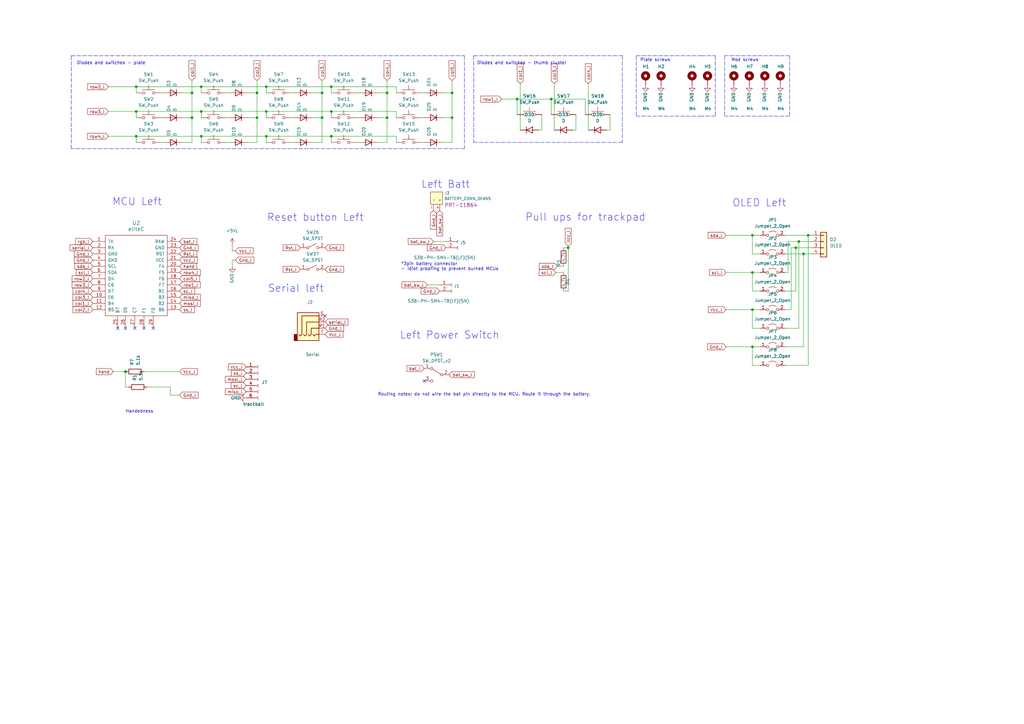
<source format=kicad_sch>
(kicad_sch (version 20211123) (generator eeschema)
  (paper "A3")
  (lib_symbols
    (symbol "Connector:AudioJack4"
      (property "Reference" "J" (at 0 8.89 0))
      (property "Value" "AudioJack4" (at 0 6.35 0))
      (symbol "AudioJack4_0_1"
        (rectangle (start -6.35 -5.08) (end -7.62 -7.62) (stroke (width 0.254)) (fill (type outline)))
        (polyline (pts (xy 0 -5.08) (xy 0.635 -5.715) (xy 1.27 -5.08) (xy 2.54 -5.08)) (stroke (width 0.254)))
        (polyline (pts (xy -5.715 -5.08) (xy -5.08 -5.715) (xy -4.445 -5.08) (xy -4.445 2.54) (xy 2.54 2.54)) (stroke (width 0.254)))
        (polyline (pts (xy -1.905 -5.08) (xy -1.27 -5.715) (xy -0.635 -5.08) (xy -0.635 -2.54) (xy 2.54 -2.54)) (stroke (width 0.254)))
        (polyline (pts (xy 2.54 0) (xy -2.54 0) (xy -2.54 -5.08) (xy -3.175 -5.715) (xy -3.81 -5.08)) (stroke (width 0.254)))
        (rectangle (start 2.54 3.81) (end -6.35 -7.62) (stroke (width 0.254)) (fill (type background)))
      )
      (symbol "AudioJack4_1_1"
        (pin passive line (at 5.08 -2.54 180) (length 2.54) (name "~") (number "R1"))
        (pin passive line (at 5.08 0 180) (length 2.54) (name "~") (number "R2"))
        (pin passive line (at 5.08 2.54 180) (length 2.54) (name "~") (number "S"))
        (pin passive line (at 5.08 -5.08 180) (length 2.54) (name "~") (number "T"))
      )
    )
    (symbol "Connector:Conn_01x02_Female" (pin_names (offset 1.016) hide)
      (property "Reference" "J" (at 0 2.54 0))
      (property "Value" "Conn_01x02_Female" (at 0 -5.08 0))
      (symbol "Conn_01x02_Female_1_1"
        (arc (start 0 -2.032) (mid -0.508 -2.54) (end 0 -3.048) (stroke (width 0.1524)))
        (polyline (pts (xy -1.27 -2.54) (xy -0.508 -2.54)) (stroke (width 0.1524)))
        (polyline (pts (xy -1.27 0) (xy -0.508 0)) (stroke (width 0.1524)))
        (arc (start 0 0.508) (mid -0.508 0) (end 0 -0.508) (stroke (width 0.1524)))
        (pin passive line (at -5.08 0 0) (length 3.81) (name "Pin_1") (number "1"))
        (pin passive line (at -5.08 -2.54 0) (length 3.81) (name "Pin_2") (number "2"))
      )
    )
    (symbol "Connector:Conn_01x06_Female" (pin_names (offset 1.016) hide)
      (property "Reference" "J" (at 0 7.62 0))
      (property "Value" "Conn_01x06_Female" (at 0 -10.16 0))
      (symbol "Conn_01x06_Female_1_1"
        (arc (start 0 -7.112) (mid -0.508 -7.62) (end 0 -8.128) (stroke (width 0.1524)))
        (arc (start 0 -4.572) (mid -0.508 -5.08) (end 0 -5.588) (stroke (width 0.1524)))
        (arc (start 0 -2.032) (mid -0.508 -2.54) (end 0 -3.048) (stroke (width 0.1524)))
        (polyline (pts (xy -1.27 -7.62) (xy -0.508 -7.62)) (stroke (width 0.1524)))
        (polyline (pts (xy -1.27 -5.08) (xy -0.508 -5.08)) (stroke (width 0.1524)))
        (polyline (pts (xy -1.27 -2.54) (xy -0.508 -2.54)) (stroke (width 0.1524)))
        (polyline (pts (xy -1.27 0) (xy -0.508 0)) (stroke (width 0.1524)))
        (polyline (pts (xy -1.27 2.54) (xy -0.508 2.54)) (stroke (width 0.1524)))
        (polyline (pts (xy -1.27 5.08) (xy -0.508 5.08)) (stroke (width 0.1524)))
        (arc (start 0 0.508) (mid -0.508 0) (end 0 -0.508) (stroke (width 0.1524)))
        (arc (start 0 3.048) (mid -0.508 2.54) (end 0 2.032) (stroke (width 0.1524)))
        (arc (start 0 5.588) (mid -0.508 5.08) (end 0 4.572) (stroke (width 0.1524)))
        (pin passive line (at -5.08 5.08 0) (length 3.81) (name "Pin_1") (number "1"))
        (pin passive line (at -5.08 2.54 0) (length 3.81) (name "Pin_2") (number "2"))
        (pin passive line (at -5.08 0 0) (length 3.81) (name "Pin_3") (number "3"))
        (pin passive line (at -5.08 -2.54 0) (length 3.81) (name "Pin_4") (number "4"))
        (pin passive line (at -5.08 -5.08 0) (length 3.81) (name "Pin_5") (number "5"))
        (pin passive line (at -5.08 -7.62 0) (length 3.81) (name "Pin_6") (number "6"))
      )
    )
    (symbol "Connector_Generic:Conn_01x04" (pin_names (offset 1.016) hide)
      (property "Reference" "J" (at 0 5.08 0))
      (property "Value" "Conn_01x04" (at 0 -7.62 0))
      (symbol "Conn_01x04_1_1"
        (rectangle (start -1.27 -4.953) (end 0 -5.207) (stroke (width 0.1524)))
        (rectangle (start -1.27 -2.413) (end 0 -2.667) (stroke (width 0.1524)))
        (rectangle (start -1.27 0.127) (end 0 -0.127) (stroke (width 0.1524)))
        (rectangle (start -1.27 2.667) (end 0 2.413) (stroke (width 0.1524)))
        (rectangle (start -1.27 3.81) (end 1.27 -6.35) (stroke (width 0.254)) (fill (type background)))
        (pin passive line (at -5.08 2.54 0) (length 3.81) (name "Pin_1") (number "1"))
        (pin passive line (at -5.08 0 0) (length 3.81) (name "Pin_2") (number "2"))
        (pin passive line (at -5.08 -2.54 0) (length 3.81) (name "Pin_3") (number "3"))
        (pin passive line (at -5.08 -5.08 0) (length 3.81) (name "Pin_4") (number "4"))
      )
    )
    (symbol "Device:D" (pin_numbers hide) (pin_names (offset 1.016) hide)
      (property "Reference" "D" (at 0 2.54 0))
      (property "Value" "D" (at 0 -2.54 0))
      (symbol "D_0_1"
        (polyline (pts (xy -1.27 1.27) (xy -1.27 -1.27)) (stroke (width 0.254)))
        (polyline (pts (xy 1.27 0) (xy -1.27 0)))
        (polyline (pts (xy 1.27 1.27) (xy 1.27 -1.27) (xy -1.27 0) (xy 1.27 1.27)) (stroke (width 0.254)))
      )
      (symbol "D_1_1"
        (pin passive line (at -3.81 0 0) (length 2.54) (name "K") (number "1"))
        (pin passive line (at 3.81 0 180) (length 2.54) (name "A") (number "2"))
      )
    )
    (symbol "Device:R" (pin_numbers hide) (pin_names (offset 0))
      (property "Reference" "R" (at 2.032 0 90))
      (property "Value" "R" (at 0 0 90))
      (symbol "R_0_1"
        (rectangle (start -1.016 -2.54) (end 1.016 2.54) (stroke (width 0.254)))
      )
      (symbol "R_1_1"
        (pin passive line (at 0 3.81 270) (length 1.27) (name "~") (number "1"))
        (pin passive line (at 0 -3.81 90) (length 1.27) (name "~") (number "2"))
      )
    )
    (symbol "Jumper:Jumper_2_Open" (pin_names (offset 0) hide)
      (property "Reference" "JP" (at 0 2.794 0))
      (property "Value" "Jumper_2_Open" (at 0 -2.286 0))
      (symbol "Jumper_2_Open_0_0"
        (circle (center -2.032 0) (radius 0.508))
        (circle (center 2.032 0) (radius 0.508))
      )
      (symbol "Jumper_2_Open_0_1"
        (arc (start 1.524 1.27) (mid 0 1.778) (end -1.524 1.27))
      )
      (symbol "Jumper_2_Open_1_1"
        (pin passive line (at -5.08 0 0) (length 2.54) (name "A") (number "1"))
        (pin passive line (at 5.08 0 180) (length 2.54) (name "B") (number "2"))
      )
    )
    (symbol "Mechanical:MountingHole_Pad" (pin_numbers hide) (pin_names (offset 1.016) hide)
      (property "Reference" "H" (at 0 6.35 0))
      (property "Value" "MountingHole_Pad" (at 0 4.445 0))
      (symbol "MountingHole_Pad_0_1"
        (circle (center 0 1.27) (radius 1.27) (stroke (width 1.27)))
      )
      (symbol "MountingHole_Pad_1_1"
        (pin input line (at 0 -2.54 90) (length 2.54) (name "1") (number "1"))
      )
    )
    (symbol "SparkFun-Connectors:BATTERY_CONN_DEANS" (pin_names (offset 1.016))
      (property "Reference" "J" (at -5.08 5.08 0))
      (property "Value" "BATTERY_CONN_DEANS" (at -5.08 -3.81 0))
      (property "Field4" "PRT-11864" (at 0 8.89 0))
      (symbol "BATTERY_CONN_DEANS_0_1"
        (rectangle (start 0 3.81) (end -5.08 -1.27) (fill (type background)))
      )
      (symbol "BATTERY_CONN_DEANS_1_1"
        (pin passive line (at 2.54 2.54 180) (length 2.54) (name "+") (number "+"))
        (pin passive line (at 2.54 0 180) (length 2.54) (name "-") (number "-"))
      )
    )
    (symbol "Switch:SW_Push" (pin_numbers hide) (pin_names hide)
      (property "Reference" "SW" (at 1.27 2.54 0))
      (property "Value" "SW_Push" (at 0 -1.524 0))
      (symbol "SW_Push_0_1"
        (circle (center -2.032 0) (radius 0.508))
        (polyline (pts (xy 0 1.27) (xy 0 3.048)))
        (polyline (pts (xy 2.54 1.27) (xy -2.54 1.27)))
        (circle (center 2.032 0) (radius 0.508))
        (pin passive line (at -5.08 0 0) (length 2.54) (name "1") (number "1"))
        (pin passive line (at 5.08 0 180) (length 2.54) (name "2") (number "2"))
      )
    )
    (symbol "Switch:SW_SPST" (pin_names (offset 0) hide)
      (property "Reference" "SW" (at 0 3.175 0))
      (property "Value" "SW_SPST" (at 0 -2.54 0))
      (symbol "SW_SPST_0_0"
        (circle (center -2.032 0) (radius 0.508))
        (polyline (pts (xy -1.524 0.254) (xy 1.524 1.778)))
        (circle (center 2.032 0) (radius 0.508))
      )
      (symbol "SW_SPST_1_1"
        (pin passive line (at -5.08 0 0) (length 2.54) (name "A") (number "1"))
        (pin passive line (at 5.08 0 180) (length 2.54) (name "B") (number "2"))
      )
    )
    (symbol "elite-C:eliteC" (pin_names (offset 1.016))
      (property "Reference" "U" (at 0 24.13 0))
      (property "Value" "eliteC" (at 0 -13.97 0))
      (symbol "eliteC_0_1"
        (rectangle (start -12.7 21.59) (end 12.7 -11.43))
      )
      (symbol "eliteC_1_1"
        (pin bidirectional line (at -17.78 19.05 0) (length 5.08) (name "TX") (number "1"))
        (pin bidirectional line (at -17.78 -3.81 0) (length 5.08) (name "E6") (number "10"))
        (pin bidirectional line (at -17.78 -6.35 0) (length 5.08) (name "B4") (number "11"))
        (pin bidirectional line (at -17.78 -8.89 0) (length 5.08) (name "B5") (number "12"))
        (pin bidirectional line (at 17.78 -8.89 180) (length 5.08) (name "B6") (number "13"))
        (pin bidirectional line (at 17.78 -6.35 180) (length 5.08) (name "B2") (number "14"))
        (pin bidirectional line (at 17.78 -3.81 180) (length 5.08) (name "B3") (number "15"))
        (pin bidirectional line (at 17.78 -1.27 180) (length 5.08) (name "B1") (number "16"))
        (pin bidirectional line (at 17.78 1.27 180) (length 5.08) (name "F7") (number "17"))
        (pin bidirectional line (at 17.78 3.81 180) (length 5.08) (name "F6") (number "18"))
        (pin bidirectional line (at 17.78 6.35 180) (length 5.08) (name "F5") (number "19"))
        (pin bidirectional line (at -17.78 16.51 0) (length 5.08) (name "RX") (number "2"))
        (pin bidirectional line (at 17.78 8.89 180) (length 5.08) (name "F4") (number "20"))
        (pin power_in line (at 17.78 11.43 180) (length 5.08) (name "VCC") (number "21"))
        (pin input line (at 17.78 13.97 180) (length 5.08) (name "RST") (number "22"))
        (pin power_in line (at 17.78 16.51 180) (length 5.08) (name "GND") (number "23"))
        (pin power_out line (at 17.78 19.05 180) (length 5.08) (name "RAW") (number "24"))
        (pin bidirectional line (at -7.62 -16.51 90) (length 5.08) (name "B7") (number "25"))
        (pin bidirectional line (at -4.445 -16.51 90) (length 5.08) (name "D5") (number "26"))
        (pin bidirectional line (at -0.635 -16.51 90) (length 5.08) (name "C7") (number "27"))
        (pin bidirectional line (at 3.175 -16.51 90) (length 5.08) (name "F1") (number "28"))
        (pin bidirectional line (at 6.985 -16.51 90) (length 5.08) (name "F0") (number "29"))
        (pin power_in line (at -17.78 13.97 0) (length 5.08) (name "GND") (number "3"))
        (pin power_in line (at -17.78 11.43 0) (length 5.08) (name "GND") (number "4"))
        (pin bidirectional line (at -17.78 8.89 0) (length 5.08) (name "SCL") (number "5"))
        (pin bidirectional line (at -17.78 6.35 0) (length 5.08) (name "SDA") (number "6"))
        (pin bidirectional line (at -17.78 3.81 0) (length 5.08) (name "D4") (number "7"))
        (pin bidirectional line (at -17.78 1.27 0) (length 5.08) (name "C6") (number "8"))
        (pin bidirectional line (at -17.78 -1.27 0) (length 5.08) (name "D7") (number "9"))
      )
    )
    (symbol "jiran-ble:SW_DPDT" (pin_names hide)
      (property "Reference" "SW" (at 0 7.62 0))
      (property "Value" "SW_DPDT" (at 0 5.715 0))
      (symbol "SW_DPDT_0_0"
        (circle (center -3.302 0) (radius 0.508))
        (circle (center 0.762 -2.54) (radius 0.508))
      )
      (symbol "SW_DPDT_0_1"
        (polyline (pts (xy -2.794 0.254) (xy 0.381 2.286)))
        (circle (center 0.762 2.54) (radius 0.508))
      )
      (symbol "SW_DPDT_1_1"
        (pin passive line (at 3.81 2.54 180) (length 2.54) (name "A") (number "1"))
        (pin passive line (at -6.35 0 0) (length 2.54) (name "B") (number "2"))
        (pin passive line (at 3.81 -2.54 180) (length 2.54) (name "C") (number "3"))
      )
    )
    (symbol "power:+5VL" (power) (pin_names (offset 0))
      (property "Value" "+5VL" (at 0 3.556 0))
      (symbol "+5VL_0_1"
        (polyline (pts (xy -0.762 1.27) (xy 0 2.54)))
        (polyline (pts (xy 0 0) (xy 0 2.54)))
        (polyline (pts (xy 0 2.54) (xy 0.762 1.27)))
      )
      (symbol "+5VL_1_1"
        (pin power_in line (at 0 0 90) (length 0) hide (name "+5VL") (number "1"))
      )
    )
    (symbol "power:GND" (power) (pin_names (offset 0))
      (property "Value" "GND" (at 0 -3.81 0))
      (symbol "GND_0_1"
        (polyline (pts (xy 0 0) (xy 0 -1.27) (xy 1.27 -1.27) (xy 0 -2.54) (xy -1.27 -1.27) (xy 0 -1.27)))
      )
      (symbol "GND_1_1"
        (pin power_in line (at 0 0 270) (length 0) hide (name "GND") (number "1"))
      )
    )
  )
  (junction (at 308.61 127))
  (junction (at 109.22 45.72))
  (junction (at 212.09 40.64))
  (junction (at 82.55 55.88))
  (junction (at 308.61 111.76))
  (junction (at 55.88 55.88))
  (junction (at 327.66 99.06))
  (junction (at 105.41 38.1))
  (junction (at 109.22 35.56))
  (junction (at 233.045 101.6))
  (junction (at 185.42 38.1))
  (junction (at 135.89 55.88))
  (junction (at 331.47 96.52))
  (junction (at 82.55 35.56))
  (junction (at 329.565 104.14))
  (junction (at 132.08 38.1))
  (junction (at 158.75 38.1))
  (junction (at 132.08 48.26))
  (junction (at 135.89 45.72))
  (junction (at 185.42 48.26))
  (junction (at 82.55 45.72))
  (junction (at 51.562 152.4))
  (junction (at 109.22 55.88))
  (junction (at 226.06 40.64))
  (junction (at 308.61 142.24))
  (junction (at 135.89 35.56))
  (junction (at 78.74 38.1))
  (junction (at 105.41 48.26))
  (junction (at 326.39 101.6))
  (junction (at 55.88 35.56))
  (junction (at 158.75 48.26))
  (junction (at 308.61 96.52))
  (junction (at 55.88 45.72))
  (junction (at 78.74 48.26))
  (junction (at 51.435 152.4))
  (no_connect (at 173.99 156.21))
  (no_connect (at 133.35 129.54))
  (no_connect (at 48.26 134.62))
  (no_connect (at 55.245 134.62))
  (no_connect (at 59.055 134.62))
  (no_connect (at 51.435 134.62))
  (no_connect (at 62.865 134.62))
  (wire (pts (xy 146.05 38.1) (xy 147.32 38.1)))
  (wire (pts (xy 185.42 48.26) (xy 185.42 58.42)))
  (wire (pts (xy 327.66 99.06) (xy 332.74 99.06)))
  (wire (pts (xy 181.61 48.26) (xy 185.42 48.26)))
  (wire (pts (xy 109.22 58.42) (xy 109.22 55.88)))
  (wire (pts (xy 135.89 45.72) (xy 162.56 45.72)))
  (wire (pts (xy 55.88 35.56) (xy 82.55 35.56)))
  (wire (pts (xy 227.33 34.29) (xy 227.33 53.34)))
  (wire (pts (xy 308.61 142.24) (xy 308.61 149.86)))
  (wire (pts (xy 55.88 58.42) (xy 55.88 55.88)))
  (wire (pts (xy 82.55 45.72) (xy 109.22 45.72)))
  (wire (pts (xy 213.36 34.29) (xy 213.36 53.34)))
  (polyline (pts (xy 323.85 22.86) (xy 323.85 47.625)))
  (wire (pts (xy 109.22 55.88) (xy 135.89 55.88)))
  (wire (pts (xy 158.75 38.1) (xy 158.75 48.26)))
  (wire (pts (xy 308.61 134.62) (xy 308.61 127)))
  (wire (pts (xy 297.815 142.24) (xy 308.61 142.24)))
  (wire (pts (xy 92.71 58.42) (xy 93.98 58.42)))
  (wire (pts (xy 82.55 38.1) (xy 82.55 35.56)))
  (wire (pts (xy 226.06 40.64) (xy 226.06 46.99)))
  (polyline (pts (xy 260.985 22.86) (xy 287.655 22.86)))
  (wire (pts (xy 324.485 101.6) (xy 326.39 101.6)))
  (wire (pts (xy 109.22 38.1) (xy 109.22 35.56)))
  (wire (pts (xy 323.215 99.06) (xy 327.66 99.06)))
  (wire (pts (xy 308.61 111.76) (xy 311.785 111.76)))
  (polyline (pts (xy 297.18 22.86) (xy 323.85 22.86)))
  (wire (pts (xy 128.27 48.26) (xy 132.08 48.26)))
  (wire (pts (xy 135.89 58.42) (xy 135.89 55.88)))
  (polyline (pts (xy 287.655 47.625) (xy 260.985 47.625)))
  (wire (pts (xy 66.04 38.1) (xy 67.31 38.1)))
  (wire (pts (xy 311.785 134.62) (xy 308.61 134.62)))
  (polyline (pts (xy 260.985 22.86) (xy 260.985 47.625)))
  (wire (pts (xy 55.88 38.1) (xy 55.88 35.56)))
  (wire (pts (xy 105.41 38.1) (xy 105.41 48.26)))
  (wire (pts (xy 59.182 152.4) (xy 73.66 152.4)))
  (wire (pts (xy 105.41 33.02) (xy 105.41 38.1)))
  (wire (pts (xy 181.61 58.42) (xy 185.42 58.42)))
  (wire (pts (xy 46.482 152.4) (xy 51.435 152.4)))
  (wire (pts (xy 321.945 96.52) (xy 331.47 96.52)))
  (wire (pts (xy 162.56 48.26) (xy 162.56 45.72)))
  (wire (pts (xy 154.94 48.26) (xy 158.75 48.26)))
  (wire (pts (xy 78.74 48.26) (xy 78.74 58.42)))
  (wire (pts (xy 326.39 119.38) (xy 326.39 101.6)))
  (wire (pts (xy 105.41 48.26) (xy 105.41 58.42)))
  (wire (pts (xy 82.55 58.42) (xy 82.55 55.88)))
  (wire (pts (xy 240.03 40.64) (xy 240.03 46.99)))
  (wire (pts (xy 82.55 35.56) (xy 109.22 35.56)))
  (wire (pts (xy 297.815 111.76) (xy 308.61 111.76)))
  (wire (pts (xy 228.6 109.22) (xy 231.14 109.22)))
  (wire (pts (xy 51.435 152.4) (xy 51.435 158.75)))
  (wire (pts (xy 321.945 134.62) (xy 327.66 134.62)))
  (wire (pts (xy 326.39 101.6) (xy 332.74 101.6)))
  (wire (pts (xy 185.42 38.1) (xy 185.42 48.26)))
  (wire (pts (xy 162.56 58.42) (xy 162.56 55.88)))
  (wire (pts (xy 60.325 158.75) (xy 69.85 158.75)))
  (wire (pts (xy 321.945 119.38) (xy 326.39 119.38)))
  (wire (pts (xy 51.435 152.4) (xy 51.562 152.4)))
  (wire (pts (xy 128.27 58.42) (xy 132.08 58.42)))
  (wire (pts (xy 128.27 38.1) (xy 132.08 38.1)))
  (wire (pts (xy 66.04 58.42) (xy 67.31 58.42)))
  (wire (pts (xy 132.08 38.1) (xy 132.08 48.26)))
  (wire (pts (xy 95.25 106.68) (xy 96.52 106.68)))
  (wire (pts (xy 82.55 55.88) (xy 109.22 55.88)))
  (wire (pts (xy 308.61 96.52) (xy 311.785 96.52)))
  (wire (pts (xy 231.14 101.6) (xy 233.045 101.6)))
  (polyline (pts (xy 297.18 22.86) (xy 297.18 47.625)))
  (wire (pts (xy 78.74 33.02) (xy 78.74 38.1)))
  (wire (pts (xy 95.25 102.87) (xy 96.52 102.87)))
  (polyline (pts (xy 190.5 22.86) (xy 190.5 60.96)))
  (wire (pts (xy 321.945 104.14) (xy 329.565 104.14)))
  (wire (pts (xy 172.72 48.26) (xy 173.99 48.26)))
  (wire (pts (xy 212.09 40.64) (xy 226.06 40.64)))
  (wire (pts (xy 162.56 38.1) (xy 162.56 35.56)))
  (polyline (pts (xy 255.27 22.86) (xy 255.27 58.42)))
  (wire (pts (xy 74.93 58.42) (xy 78.74 58.42)))
  (wire (pts (xy 331.47 149.86) (xy 331.47 96.52)))
  (wire (pts (xy 323.215 111.76) (xy 323.215 99.06)))
  (wire (pts (xy 308.61 142.24) (xy 311.785 142.24)))
  (wire (pts (xy 327.66 134.62) (xy 327.66 99.06)))
  (wire (pts (xy 55.88 48.26) (xy 55.88 45.72)))
  (wire (pts (xy 69.85 158.75) (xy 69.85 162.052)))
  (wire (pts (xy 135.89 38.1) (xy 135.89 35.56)))
  (wire (pts (xy 311.785 104.14) (xy 308.61 104.14)))
  (wire (pts (xy 78.74 38.1) (xy 78.74 48.26)))
  (wire (pts (xy 321.945 111.76) (xy 323.215 111.76)))
  (wire (pts (xy 92.71 48.26) (xy 93.98 48.26)))
  (wire (pts (xy 66.04 48.26) (xy 67.31 48.26)))
  (wire (pts (xy 55.88 55.88) (xy 82.55 55.88)))
  (wire (pts (xy 109.22 35.56) (xy 135.89 35.56)))
  (wire (pts (xy 181.61 38.1) (xy 185.42 38.1)))
  (polyline (pts (xy 190.5 60.96) (xy 29.21 60.96)))
  (wire (pts (xy 241.3 34.29) (xy 241.3 53.34)))
  (wire (pts (xy 109.22 48.26) (xy 109.22 45.72)))
  (wire (pts (xy 205.74 40.64) (xy 212.09 40.64)))
  (wire (pts (xy 119.38 58.42) (xy 120.65 58.42)))
  (wire (pts (xy 324.485 127) (xy 324.485 101.6)))
  (polyline (pts (xy 29.21 22.86) (xy 190.5 22.86)))
  (wire (pts (xy 236.22 53.34) (xy 234.95 53.34)))
  (polyline (pts (xy 255.27 58.42) (xy 194.31 58.42)))
  (wire (pts (xy 321.945 127) (xy 324.485 127)))
  (wire (pts (xy 297.815 96.52) (xy 308.61 96.52)))
  (wire (pts (xy 101.6 58.42) (xy 105.41 58.42)))
  (wire (pts (xy 146.05 58.42) (xy 147.32 58.42)))
  (wire (pts (xy 95.25 100.33) (xy 95.25 102.87)))
  (wire (pts (xy 226.06 40.64) (xy 240.03 40.64)))
  (wire (pts (xy 119.38 38.1) (xy 120.65 38.1)))
  (wire (pts (xy 172.72 58.42) (xy 173.99 58.42)))
  (polyline (pts (xy 29.21 22.86) (xy 29.21 60.96)))
  (wire (pts (xy 109.22 45.72) (xy 135.89 45.72)))
  (wire (pts (xy 297.815 127) (xy 308.61 127)))
  (wire (pts (xy 119.38 48.26) (xy 120.65 48.26)))
  (wire (pts (xy 231.14 119.38) (xy 233.045 119.38)))
  (wire (pts (xy 135.89 48.26) (xy 135.89 45.72)))
  (wire (pts (xy 212.09 40.64) (xy 212.09 46.99)))
  (wire (pts (xy 227.965 111.76) (xy 231.14 111.76)))
  (wire (pts (xy 329.565 142.24) (xy 329.565 104.14)))
  (wire (pts (xy 44.45 45.72) (xy 55.88 45.72)))
  (wire (pts (xy 132.08 48.26) (xy 132.08 58.42)))
  (wire (pts (xy 308.61 149.86) (xy 311.785 149.86)))
  (wire (pts (xy 175.26 116.84) (xy 180.34 116.84)))
  (wire (pts (xy 74.93 48.26) (xy 78.74 48.26)))
  (wire (pts (xy 222.25 53.34) (xy 220.98 53.34)))
  (wire (pts (xy 135.89 55.88) (xy 162.56 55.88)))
  (polyline (pts (xy 194.31 22.86) (xy 255.27 22.86)))
  (wire (pts (xy 185.42 33.02) (xy 185.42 38.1)))
  (wire (pts (xy 146.05 48.26) (xy 147.32 48.26)))
  (wire (pts (xy 82.55 48.26) (xy 82.55 45.72)))
  (wire (pts (xy 233.045 101.6) (xy 233.045 119.38)))
  (wire (pts (xy 329.565 104.14) (xy 332.74 104.14)))
  (wire (pts (xy 69.85 162.052) (xy 73.66 162.052)))
  (wire (pts (xy 55.88 45.72) (xy 82.55 45.72)))
  (wire (pts (xy 331.47 96.52) (xy 332.74 96.52)))
  (polyline (pts (xy 293.37 47.625) (xy 287.655 47.625)))
  (polyline (pts (xy 323.85 47.625) (xy 297.18 47.625)))
  (wire (pts (xy 250.19 53.34) (xy 248.92 53.34)))
  (wire (pts (xy 135.89 35.56) (xy 162.56 35.56)))
  (wire (pts (xy 154.94 38.1) (xy 158.75 38.1)))
  (wire (pts (xy 308.61 104.14) (xy 308.61 96.52)))
  (wire (pts (xy 233.045 100.965) (xy 233.045 101.6)))
  (wire (pts (xy 101.6 48.26) (xy 105.41 48.26)))
  (wire (pts (xy 236.22 46.99) (xy 236.22 53.34)))
  (wire (pts (xy 74.93 38.1) (xy 78.74 38.1)))
  (wire (pts (xy 222.25 46.99) (xy 222.25 53.34)))
  (wire (pts (xy 132.08 33.02) (xy 132.08 38.1)))
  (wire (pts (xy 158.75 33.02) (xy 158.75 38.1)))
  (wire (pts (xy 101.6 38.1) (xy 105.41 38.1)))
  (wire (pts (xy 44.45 35.56) (xy 55.88 35.56)))
  (wire (pts (xy 250.19 46.99) (xy 250.19 53.34)))
  (wire (pts (xy 321.945 149.86) (xy 331.47 149.86)))
  (wire (pts (xy 92.71 38.1) (xy 93.98 38.1)))
  (wire (pts (xy 154.94 58.42) (xy 158.75 58.42)))
  (wire (pts (xy 308.61 127) (xy 311.785 127)))
  (polyline (pts (xy 287.655 22.86) (xy 293.37 22.86)))
  (wire (pts (xy 52.705 158.75) (xy 51.435 158.75)))
  (wire (pts (xy 44.45 55.88) (xy 55.88 55.88)))
  (wire (pts (xy 172.72 38.1) (xy 173.99 38.1)))
  (polyline (pts (xy 293.37 22.86) (xy 293.37 47.625)))
  (wire (pts (xy 95.25 109.22) (xy 95.25 106.68)))
  (polyline (pts (xy 194.31 22.86) (xy 194.31 58.42)))
  (wire (pts (xy 321.945 142.24) (xy 329.565 142.24)))
  (wire (pts (xy 177.8 99.06) (xy 182.88 99.06)))
  (wire (pts (xy 311.785 119.38) (xy 308.61 119.38)))
  (wire (pts (xy 158.75 48.26) (xy 158.75 58.42)))
  (wire (pts (xy 308.61 119.38) (xy 308.61 111.76)))
  (text "MCU Left" (at 45.974 84.582 0) (effects (font (size 3 3)) (justify left bottom)))
  (text "Left Batt" (at 172.72 77.47 0) (effects (font (size 3 3)) (justify left bottom)))
  (text "Handedness" (at 51.435 169.545 0) (effects (font (size 1.27 1.27)) (justify left bottom)))
  (text "Plate screws" (at 274.955 25.4 180) (effects (font (size 1.27 1.27)) (justify right bottom)))
  (text "Routing notes: do not wire the bat pin directly to the MCU. Route it through the battery." (at 154.94 162.56 0) (effects (font (size 1.27 1.27)) (justify left bottom)))
  (text "Serial left" (at 109.855 120.142 0) (effects (font (size 3 3)) (justify left bottom)))
  (text "Diodes and switches - plate" (at 59.69 26.67 180) (effects (font (size 1.27 1.27)) (justify right bottom)))
  (text "Reset button Left" (at 109.474 91.059 0) (effects (font (size 3 3)) (justify left bottom)))
  (text "Pull ups for trackpad" (at 215.392 90.932 0) (effects (font (size 3 3)) (justify left bottom)))
  (text "Mod screws" (at 311.15 25.4 180) (effects (font (size 1.27 1.27)) (justify right bottom)))
  (text "Left Power Switch" (at 163.957 139.319 0) (effects (font (size 3 3)) (justify left bottom)))
  (text "OLED Left" (at 300.355 85.09 0) (effects (font (size 3 3)) (justify left bottom)))
  (text "Diodes and switches - thumb cluster" (at 232.41 26.67 180) (effects (font (size 1.27 1.27)) (justify right bottom)))
  (text "*3pin battery connector\n- idiot proofing to prevent burned MCUs" (at 164.465 111.125 0) (effects (font (size 1.27 1.27)) (justify left bottom)))
  (global_label "serial_l" (shape input) (at 38.1 101.6 180) (property "Intersheet References" "${INTERSHEET_REFS}" (effects hide)))
  (global_label "Gnd_l" (shape input) (at 182.88 101.6 180) (property "Intersheet References" "${INTERSHEET_REFS}" (effects hide)))
  (global_label "row1_l" (shape input) (at 73.66 116.84 0) (property "Intersheet References" "${INTERSHEET_REFS}" (effects hide)))
  (global_label "rgb_l" (shape input) (at 38.1 99.06 180) (property "Intersheet References" "${INTERSHEET_REFS}" (effects hide)))
  (global_label "Gnd_l" (shape input) (at 133.35 101.6 0) (property "Intersheet References" "${INTERSHEET_REFS}" (effects hide)))
  (global_label "col1_l" (shape input) (at 213.36 34.29 90) (property "Intersheet References" "${INTERSHEET_REFS}" (effects hide)))
  (global_label "Vcc_l" (shape input) (at 96.52 102.87 0) (property "Intersheet References" "${INTERSHEET_REFS}" (effects hide)))
  (global_label "col4_l" (shape input) (at 38.1 119.38 180) (property "Intersheet References" "${INTERSHEET_REFS}" (effects hide)))
  (global_label "miso_l" (shape input) (at 100.965 160.655 180) (property "Intersheet References" "${INTERSHEET_REFS}" (effects hide)))
  (global_label "col3_l" (shape input) (at 227.33 34.29 90) (property "Intersheet References" "${INTERSHEET_REFS}" (effects hide)))
  (global_label "Rst_l" (shape input) (at 73.66 104.14 0) (property "Intersheet References" "${INTERSHEET_REFS}" (effects hide)))
  (global_label "Gnd_l" (shape input) (at 133.35 110.49 0) (property "Intersheet References" "${INTERSHEET_REFS}" (effects hide)))
  (global_label "mosi_l" (shape input) (at 100.965 155.575 180) (property "Intersheet References" "${INTERSHEET_REFS}" (effects hide)))
  (global_label "bat_l" (shape input) (at 73.66 99.06 0) (property "Intersheet References" "${INTERSHEET_REFS}" (effects hide)))
  (global_label "Gnd_l" (shape input) (at 73.66 101.6 0) (property "Intersheet References" "${INTERSHEET_REFS}" (effects hide)))
  (global_label "bat_l" (shape input) (at 173.99 151.13 180) (property "Intersheet References" "${INTERSHEET_REFS}" (effects hide)))
  (global_label "hand" (shape input) (at 73.66 109.22 0) (property "Intersheet References" "${INTERSHEET_REFS}" (effects hide)))
  (global_label "sc_l" (shape input) (at 100.965 158.115 180) (property "Intersheet References" "${INTERSHEET_REFS}" (effects hide)))
  (global_label "sda_l" (shape input) (at 228.6 109.22 180) (property "Intersheet References" "${INTERSHEET_REFS}" (effects hide)))
  (global_label "Gnd_l" (shape input) (at 180.34 119.38 180) (property "Intersheet References" "${INTERSHEET_REFS}" (effects hide)))
  (global_label "mosi_l" (shape input) (at 73.66 124.46 0) (property "Intersheet References" "${INTERSHEET_REFS}" (effects hide)))
  (global_label "ss_l" (shape input) (at 100.965 153.035 180) (property "Intersheet References" "${INTERSHEET_REFS}" (effects hide)))
  (global_label "row4_l" (shape input) (at 73.66 111.76 0) (property "Intersheet References" "${INTERSHEET_REFS}" (effects hide)))
  (global_label "row2_l" (shape input) (at 44.45 35.56 180) (property "Intersheet References" "${INTERSHEET_REFS}" (effects hide)))
  (global_label "col2_l" (shape input) (at 105.41 33.02 90) (property "Intersheet References" "${INTERSHEET_REFS}" (effects hide)))
  (global_label "Vcc_l" (shape input) (at 73.66 152.4 0) (property "Intersheet References" "${INTERSHEET_REFS}" (effects hide)))
  (global_label "col5_l" (shape input) (at 73.66 114.3 0) (property "Intersheet References" "${INTERSHEET_REFS}" (effects hide)))
  (global_label "Vcc_l" (shape input) (at 297.815 127 180) (property "Intersheet References" "${INTERSHEET_REFS}" (effects hide)))
  (global_label "row1_l" (shape input) (at 205.74 40.64 180) (property "Intersheet References" "${INTERSHEET_REFS}" (effects hide)))
  (global_label "col3_l" (shape input) (at 132.08 33.02 90) (property "Intersheet References" "${INTERSHEET_REFS}" (effects hide)))
  (global_label "Vcc_l" (shape input) (at 73.66 106.68 0) (property "Intersheet References" "${INTERSHEET_REFS}" (effects hide)))
  (global_label "col2_l" (shape input) (at 38.1 127 180) (property "Intersheet References" "${INTERSHEET_REFS}" (effects hide)))
  (global_label "col1_l" (shape input) (at 38.1 124.46 180) (property "Intersheet References" "${INTERSHEET_REFS}" (effects hide)))
  (global_label "Gnd_l" (shape input) (at 96.52 106.68 0) (property "Intersheet References" "${INTERSHEET_REFS}" (effects hide)))
  (global_label "hand" (shape input) (at 46.482 152.4 180) (property "Intersheet References" "${INTERSHEET_REFS}" (effects hide)))
  (global_label "bat_sw_l" (shape input) (at 184.15 153.67 0) (property "Intersheet References" "${INTERSHEET_REFS}" (effects hide)))
  (global_label "ss_l" (shape input) (at 73.66 127 0) (property "Intersheet References" "${INTERSHEET_REFS}" (effects hide)))
  (global_label "bat_sw_l" (shape input) (at 180.34 86.36 270) (property "Intersheet References" "${INTERSHEET_REFS}" (effects hide)))
  (global_label "row3_l" (shape input) (at 44.45 45.72 180) (property "Intersheet References" "${INTERSHEET_REFS}" (effects hide)))
  (global_label "Vcc_l" (shape input) (at 233.045 100.965 90) (property "Intersheet References" "${INTERSHEET_REFS}" (effects hide)))
  (global_label "scl_l" (shape input) (at 38.1 111.76 180) (property "Intersheet References" "${INTERSHEET_REFS}" (effects hide)))
  (global_label "col3_l" (shape input) (at 38.1 121.92 180) (property "Intersheet References" "${INTERSHEET_REFS}" (effects hide)))
  (global_label "col5_l" (shape input) (at 185.42 33.02 90) (property "Intersheet References" "${INTERSHEET_REFS}" (effects hide)))
  (global_label "sda_l" (shape input) (at 297.815 96.52 180) (property "Intersheet References" "${INTERSHEET_REFS}" (effects hide)))
  (global_label "row4_l" (shape input) (at 44.45 55.88 180) (property "Intersheet References" "${INTERSHEET_REFS}" (effects hide)))
  (global_label "scl_l" (shape input) (at 227.965 111.76 180) (property "Intersheet References" "${INTERSHEET_REFS}" (effects hide)))
  (global_label "serial_l" (shape input) (at 133.35 132.08 0) (property "Intersheet References" "${INTERSHEET_REFS}" (effects hide)))
  (global_label "Gnd_l" (shape input) (at 73.66 162.052 0) (property "Intersheet References" "${INTERSHEET_REFS}" (effects hide)))
  (global_label "col4_l" (shape input) (at 241.3 34.29 90) (property "Intersheet References" "${INTERSHEET_REFS}" (effects hide)))
  (global_label "Gnd_l" (shape input) (at 133.35 134.62 0) (property "Intersheet References" "${INTERSHEET_REFS}" (effects hide)))
  (global_label "Gnd_l" (shape input) (at 177.8 86.36 270) (property "Intersheet References" "${INTERSHEET_REFS}" (effects hide)))
  (global_label "miso_l" (shape input) (at 73.66 121.92 0) (property "Intersheet References" "${INTERSHEET_REFS}" (effects hide)))
  (global_label "Vcc_l" (shape input) (at 100.965 150.495 180) (property "Intersheet References" "${INTERSHEET_REFS}" (effects hide)))
  (global_label "Gnd_l" (shape input) (at 38.1 104.14 180) (property "Intersheet References" "${INTERSHEET_REFS}" (effects hide)))
  (global_label "Gnd_l" (shape input) (at 38.1 106.68 180) (property "Intersheet References" "${INTERSHEET_REFS}" (effects hide)))
  (global_label "sda_l" (shape input) (at 38.1 109.22 180) (property "Intersheet References" "${INTERSHEET_REFS}" (effects hide)))
  (global_label "row3_l" (shape input) (at 38.1 116.84 180) (property "Intersheet References" "${INTERSHEET_REFS}" (effects hide)))
  (global_label "bat_sw_l" (shape input) (at 175.26 116.84 180) (property "Intersheet References" "${INTERSHEET_REFS}" (effects hide)))
  (global_label "bat_sw_l" (shape input) (at 177.8 99.06 180) (property "Intersheet References" "${INTERSHEET_REFS}" (effects hide)))
  (global_label "Vcc_l" (shape input) (at 133.35 137.16 0) (property "Intersheet References" "${INTERSHEET_REFS}" (effects hide)))
  (global_label "scl_l" (shape input) (at 297.815 111.76 180) (property "Intersheet References" "${INTERSHEET_REFS}" (effects hide)))
  (global_label "Rst_l" (shape input) (at 123.19 110.49 180) (property "Intersheet References" "${INTERSHEET_REFS}" (effects hide)))
  (global_label "col1_l" (shape input) (at 78.74 33.02 90) (property "Intersheet References" "${INTERSHEET_REFS}" (effects hide)))
  (global_label "Rst_l" (shape input) (at 123.19 101.6 180) (property "Intersheet References" "${INTERSHEET_REFS}" (effects hide)))
  (global_label "col4_l" (shape input) (at 158.75 33.02 90) (property "Intersheet References" "${INTERSHEET_REFS}" (effects hide)))
  (global_label "Gnd_l" (shape input) (at 297.815 142.24 180) (property "Intersheet References" "${INTERSHEET_REFS}" (effects hide)))
  (global_label "sc_l" (shape input) (at 73.66 119.38 0) (property "Intersheet References" "${INTERSHEET_REFS}" (effects hide)))
  (global_label "row2_l" (shape input) (at 38.1 114.3 180) (property "Intersheet References" "${INTERSHEET_REFS}" (effects hide)))
  (symbol (lib_id "Connector:Conn_01x02_Female") (at 187.96 99.06 0) (unit 1)
    (property "Reference" "J5" (at 188.6712 99.4953 0) (effects (justify left)))
    (property "Value" "S3B-PH-SM4-TB(LF)(SN)" (at 169.672 105.664 0) (effects (justify left)))
    (property "Footprint" "local-libraries:JST_SH_BM02B-SRSS-TB_1x02-1MP_P1.00mm_Vertical" (effects hide))
    (property "LCSC" "C265101" (effects hide))
  )
  (symbol (lib_id "Device:D") (at 177.8 48.26 180) (unit 1)
    (property "Reference" "D25" (at 175.895 45.72 90) (effects (justify right)))
    (property "Value" "D" (at 178.435 45.72 90) (effects (justify right)))
    (property "Footprint" "footprints2:D_1206_handsolder_reversible" (effects hide))
  )
  (symbol (lib_id "Device:D") (at 151.13 58.42 180) (unit 1)
    (property "Reference" "D20" (at 149.225 55.88 90) (effects (justify right)))
    (property "Value" "D" (at 151.765 55.88 90) (effects (justify right)))
    (property "Footprint" "footprints2:D_1206_handsolder_reversible" (effects hide))
  )
  (symbol (lib_id "power:GND") (at 320.04 34.925 0) (unit 1)
    (property "Reference" "#PWR05" (effects hide))
    (property "Value" "GND" (at 319.884 41.9099 90) (effects (justify left)))
  )
  (symbol (lib_id "Switch:SW_Push") (at 87.63 58.42 0) (unit 1)
    (property "Reference" "SW6" (at 87.63 50.8 0))
    (property "Value" "SW_Push" (at 87.63 53.34 0))
    (property "Footprint" "footprints:SW_MX_choc" (effects hide))
  )
  (symbol (lib_id "Switch:SW_Push") (at 60.96 38.1 0) (unit 1)
    (property "Reference" "SW1" (at 60.96 30.48 0))
    (property "Value" "SW_Push" (at 60.96 33.02 0))
    (property "Footprint" "footprints:SW_MX_choc" (effects hide))
  )
  (symbol (lib_id "Switch:SW_Push") (at 140.97 38.1 0) (unit 1)
    (property "Reference" "SW10" (at 140.97 30.48 0))
    (property "Value" "SW_Push" (at 140.97 33.02 0))
    (property "Footprint" "footprints:SW_MX_choc" (effects hide))
  )
  (symbol (lib_id "Mechanical:MountingHole_Pad") (at 320.04 32.385 0) (unit 1)
    (property "Reference" "H9" (at 318.77 27.305 0) (effects (justify left)))
    (property "Value" "M4" (at 318.77 44.577 0) (effects (justify left)))
    (property "Footprint" "local-libraries:MountingHole_3mm_Pad_thin" (effects hide))
  )
  (symbol (lib_id "power:GND") (at 100.965 163.195 270) (unit 1)
    (property "Reference" "#PWR0105" (effects hide))
    (property "Value" "GND" (at 94.615 163.195 90) (effects (justify left)))
  )
  (symbol (lib_id "Mechanical:MountingHole_Pad") (at 307.34 32.385 0) (unit 1)
    (property "Reference" "H7" (at 306.07 27.305 0) (effects (justify left)))
    (property "Value" "M4" (at 306.07 44.577 0) (effects (justify left)))
    (property "Footprint" "local-libraries:MountingHole_3mm_Pad_thin" (effects hide))
  )
  (symbol (lib_id "Device:D") (at 245.11 53.34 0) (unit 1)
    (property "Reference" "D35" (at 245.11 46.99 0))
    (property "Value" "D" (at 245.11 49.53 0))
    (property "Footprint" "footprints2:D_1206_handsolder_reversible" (effects hide))
  )
  (symbol (lib_id "Switch:SW_Push") (at 167.64 58.42 0) (unit 1)
    (property "Reference" "SW15" (at 167.64 50.8 0))
    (property "Value" "SW_Push" (at 167.64 53.34 0))
    (property "Footprint" "footprints:SW_MX_choc" (effects hide))
  )
  (symbol (lib_id "Device:R") (at 55.372 152.4 90) (unit 1)
    (property "Reference" "R7" (at 54.102 149.86 0) (effects (justify left)))
    (property "Value" "5.1k" (at 56.642 149.86 0) (effects (justify left)))
    (property "Footprint" "footprints:R_1206_handsolder" (effects hide))
    (property "JLCPCB BOM" "1" (effects hide))
    (property "JLCPCB Part" "C26033" (effects hide))
  )
  (symbol (lib_id "Jumper:Jumper_2_Open") (at 316.865 111.76 0) (unit 1)
    (property "Reference" "JP3" (at 316.865 105.41 0))
    (property "Value" "Jumper_2_Open" (at 316.865 107.95 0))
    (property "Footprint" "local-libraries:SolderJumper-2_P1.3mm_Open_RoundedPad1.0x1.5mm" (effects hide))
  )
  (symbol (lib_id "Mechanical:MountingHole_Pad") (at 290.195 32.385 0) (unit 1)
    (property "Reference" "H5" (at 288.925 27.305 0) (effects (justify left)))
    (property "Value" "M4" (at 288.925 44.577 0) (effects (justify left)))
    (property "Footprint" "local-libraries:MountingHole_3mm_Pad_thin" (effects hide))
  )
  (symbol (lib_id "Switch:SW_Push") (at 114.3 38.1 0) (unit 1)
    (property "Reference" "SW7" (at 114.3 30.48 0))
    (property "Value" "SW_Push" (at 114.3 33.02 0))
    (property "Footprint" "footprints:SW_MX_choc" (effects hide))
  )
  (symbol (lib_id "SparkFun-Connectors:BATTERY_CONN_DEANS") (at 177.8 83.82 270) (unit 1)
    (property "Reference" "J3" (at 182.245 79.1495 90) (effects (font (size 1.143 1.143)) (justify left)))
    (property "Value" "BATTERY_CONN_DEANS" (at 182.245 81.4581 90) (effects (font (size 1.143 1.143)) (justify left)))
    (property "Footprint" "local-libraries:battery_connector_THT" (effects hide))
    (property "Field4" "PRT-11864" (at 182.245 84.1091 90) (effects (font (size 1.524 1.524)) (justify left)))
  )
  (symbol (lib_id "Device:D") (at 217.17 53.34 0) (unit 1)
    (property "Reference" "D30" (at 217.17 46.99 0))
    (property "Value" "D" (at 217.17 49.53 0))
    (property "Footprint" "footprints2:D_1206_handsolder_reversible" (effects hide))
  )
  (symbol (lib_id "Jumper:Jumper_2_Open") (at 316.865 119.38 0) (unit 1)
    (property "Reference" "JP4" (at 316.865 113.03 0))
    (property "Value" "Jumper_2_Open" (at 316.865 115.57 0))
    (property "Footprint" "local-libraries:SolderJumper-2_P1.3mm_Open_RoundedPad1.0x1.5mm" (effects hide))
  )
  (symbol (lib_id "Device:R") (at 56.515 158.75 90) (unit 1)
    (property "Reference" "R1" (at 55.245 156.21 0) (effects (justify left)))
    (property "Value" "5.1k" (at 57.785 156.21 0) (effects (justify left)))
    (property "Footprint" "footprints:R_1206_handsolder" (effects hide))
    (property "JLCPCB BOM" "1" (effects hide))
    (property "JLCPCB Part" "C26033" (effects hide))
  )
  (symbol (lib_id "Device:D") (at 151.13 38.1 180) (unit 1)
    (property "Reference" "D18" (at 149.225 35.56 90) (effects (justify right)))
    (property "Value" "D" (at 151.765 35.56 90) (effects (justify right)))
    (property "Footprint" "footprints2:D_1206_handsolder_reversible" (effects hide))
  )
  (symbol (lib_id "Connector:Conn_01x06_Female") (at 106.045 155.575 0) (unit 1)
    (property "Reference" "J7" (at 107.315 156.845 0) (effects (justify left)))
    (property "Value" "trackball" (at 99.695 165.735 0) (effects (justify left)))
    (property "Footprint" "Library:6_PinHeader" (effects hide))
  )
  (symbol (lib_id "Device:R") (at 231.14 105.41 180) (unit 1)
    (property "Reference" "R3" (at 229.235 107.95 90))
    (property "Value" "4.7k" (at 231.14 105.41 90))
    (property "Footprint" "local-libraries:R_1206_handsolder_reversible" (effects hide))
    (property "LCSC" "C269746" (effects hide))
  )
  (symbol (lib_id "Jumper:Jumper_2_Open") (at 316.865 104.14 0) (unit 1)
    (property "Reference" "JP2" (at 316.865 97.79 0))
    (property "Value" "Jumper_2_Open" (at 316.865 100.33 0))
    (property "Footprint" "local-libraries:SolderJumper-2_P1.3mm_Open_RoundedPad1.0x1.5mm" (effects hide))
  )
  (symbol (lib_id "Device:D") (at 71.12 58.42 180) (unit 1)
    (property "Reference" "D5" (at 69.215 55.88 90) (effects (justify right)))
    (property "Value" "D" (at 71.755 55.88 90) (effects (justify right)))
    (property "Footprint" "footprints2:D_1206_handsolder_reversible" (effects hide))
  )
  (symbol (lib_id "Switch:SW_Push") (at 60.96 48.26 0) (unit 1)
    (property "Reference" "SW2" (at 60.96 40.64 0))
    (property "Value" "SW_Push" (at 60.96 43.18 0))
    (property "Footprint" "footprints:SW_MX_choc" (effects hide))
  )
  (symbol (lib_id "Jumper:Jumper_2_Open") (at 316.865 127 0) (unit 1)
    (property "Reference" "JP5" (at 316.865 120.65 0))
    (property "Value" "Jumper_2_Open" (at 316.865 123.19 0))
    (property "Footprint" "local-libraries:SolderJumper-2_P1.3mm_Open_RoundedPad1.0x1.5mm" (effects hide))
  )
  (symbol (lib_id "Jumper:Jumper_2_Open") (at 316.865 134.62 0) (unit 1)
    (property "Reference" "JP6" (at 316.865 128.27 0))
    (property "Value" "Jumper_2_Open" (at 316.865 130.81 0))
    (property "Footprint" "local-libraries:SolderJumper-2_P1.3mm_Open_RoundedPad1.0x1.5mm" (effects hide))
  )
  (symbol (lib_id "jiran-ble:SW_DPDT") (at 177.8 153.67 0) (mirror y) (unit 1)
    (property "Reference" "PSW1" (at 179.07 145.415 0))
    (property "Value" "SW_DPDT_x2" (at 179.07 147.955 0))
    (property "Footprint" "local-libraries:Switch_MSK-12C01-07" (effects hide))
    (property "LCSC" "C431540" (effects hide))
  )
  (symbol (lib_id "Device:D") (at 124.46 48.26 180) (unit 1)
    (property "Reference" "D14" (at 122.555 45.72 90) (effects (justify right)))
    (property "Value" "D" (at 125.095 45.72 90) (effects (justify right)))
    (property "Footprint" "footprints2:D_1206_handsolder_reversible" (effects hide))
  )
  (symbol (lib_id "power:GND") (at 313.69 34.925 0) (unit 1)
    (property "Reference" "#PWR04" (effects hide))
    (property "Value" "GND" (at 313.534 41.9099 90) (effects (justify left)))
  )
  (symbol (lib_id "Device:D") (at 177.8 58.42 180) (unit 1)
    (property "Reference" "D26" (at 175.895 55.88 90) (effects (justify right)))
    (property "Value" "D" (at 178.435 55.88 90) (effects (justify right)))
    (property "Footprint" "footprints2:D_1206_handsolder_reversible" (effects hide))
  )
  (symbol (lib_id "Device:D") (at 97.79 48.26 180) (unit 1)
    (property "Reference" "D9" (at 95.885 45.72 90) (effects (justify right)))
    (property "Value" "D" (at 98.425 45.72 90) (effects (justify right)))
    (property "Footprint" "footprints2:D_1206_handsolder_reversible" (effects hide))
  )
  (symbol (lib_id "Mechanical:MountingHole_Pad") (at 271.145 32.385 0) (unit 1)
    (property "Reference" "H2" (at 269.875 27.305 0) (effects (justify left)))
    (property "Value" "M4" (at 269.875 44.577 0) (effects (justify left)))
    (property "Footprint" "local-libraries:MountingHole_3mm_Pad_thin" (effects hide))
  )
  (symbol (lib_id "Mechanical:MountingHole_Pad") (at 264.795 32.385 0) (unit 1)
    (property "Reference" "H1" (at 263.525 27.305 0) (effects (justify left)))
    (property "Value" "M4" (at 263.525 44.577 0) (effects (justify left)))
    (property "Footprint" "local-libraries:MountingHole_3mm_Pad_thin" (effects hide))
  )
  (symbol (lib_id "Connector:Conn_01x02_Female") (at 185.42 116.84 0) (unit 1)
    (property "Reference" "J1" (at 186.1312 117.2753 0) (effects (justify left)))
    (property "Value" "S3B-PH-SM4-TB(LF)(SN)" (at 167.132 123.444 0) (effects (justify left)))
    (property "Footprint" "local-libraries:JST_SH_BM02B-SRSS-TB_1x02-1MP_P1.00mm_Vertical" (effects hide))
    (property "LCSC" "C265101" (effects hide))
  )
  (symbol (lib_id "Switch:SW_Push") (at 60.96 58.42 0) (unit 1)
    (property "Reference" "SW3" (at 60.96 50.8 0))
    (property "Value" "SW_Push" (at 60.96 53.34 0))
    (property "Footprint" "footprints:SW_MX_choc" (effects hide))
  )
  (symbol (lib_id "Device:D") (at 97.79 58.42 180) (unit 1)
    (property "Reference" "D10" (at 95.885 55.88 90) (effects (justify right)))
    (property "Value" "D" (at 98.425 55.88 90) (effects (justify right)))
    (property "Footprint" "footprints2:D_1206_handsolder_reversible" (effects hide))
  )
  (symbol (lib_id "Switch:SW_Push") (at 87.63 48.26 0) (unit 1)
    (property "Reference" "SW5" (at 87.63 40.64 0))
    (property "Value" "SW_Push" (at 87.63 43.18 0))
    (property "Footprint" "footprints:SW_MX_choc" (effects hide))
  )
  (symbol (lib_id "Switch:SW_Push") (at 245.11 46.99 0) (unit 1)
    (property "Reference" "SW18" (at 245.11 39.37 0))
    (property "Value" "SW_Push" (at 245.11 41.91 0))
    (property "Footprint" "footprints:SW_MX_choc" (effects hide))
  )
  (symbol (lib_id "power:+5VL") (at 95.25 100.33 0) (unit 1)
    (property "Reference" "#PWR0101" (effects hide))
    (property "Value" "+5VL" (at 95.25 94.615 0))
  )
  (symbol (lib_id "Switch:SW_Push") (at 167.64 38.1 0) (unit 1)
    (property "Reference" "SW13" (at 167.64 30.48 0))
    (property "Value" "SW_Push" (at 167.64 33.02 0))
    (property "Footprint" "footprints:SW_MX_choc" (effects hide))
  )
  (symbol (lib_id "power:GND") (at 307.34 34.925 0) (unit 1)
    (property "Reference" "#PWR03" (effects hide))
    (property "Value" "GND" (at 307.184 41.9099 90) (effects (justify left)))
  )
  (symbol (lib_id "Device:D") (at 71.12 48.26 180) (unit 1)
    (property "Reference" "D4" (at 69.215 45.72 90) (effects (justify right)))
    (property "Value" "D" (at 71.755 45.72 90) (effects (justify right)))
    (property "Footprint" "footprints2:D_1206_handsolder_reversible" (effects hide))
  )
  (symbol (lib_id "Device:D") (at 177.8 38.1 180) (unit 1)
    (property "Reference" "D24" (at 175.895 35.56 90) (effects (justify right)))
    (property "Value" "D" (at 178.435 35.56 90) (effects (justify right)))
    (property "Footprint" "footprints2:D_1206_handsolder_reversible" (effects hide))
  )
  (symbol (lib_id "power:GND") (at 264.795 34.925 0) (unit 1)
    (property "Reference" "#PWR0104" (effects hide))
    (property "Value" "GND" (at 264.639 41.9099 90) (effects (justify left)))
  )
  (symbol (lib_id "Device:D") (at 124.46 38.1 180) (unit 1)
    (property "Reference" "D13" (at 122.555 35.56 90) (effects (justify right)))
    (property "Value" "D" (at 125.095 35.56 90) (effects (justify right)))
    (property "Footprint" "footprints2:D_1206_handsolder_reversible" (effects hide))
  )
  (symbol (lib_id "Switch:SW_Push") (at 217.17 46.99 0) (unit 1)
    (property "Reference" "SW16" (at 217.17 39.37 0))
    (property "Value" "SW_Push" (at 217.17 41.91 0))
    (property "Footprint" "footprints:SW_MX_choc" (effects hide))
  )
  (symbol (lib_id "Mechanical:MountingHole_Pad") (at 300.99 32.385 0) (unit 1)
    (property "Reference" "H6" (at 299.72 27.305 0) (effects (justify left)))
    (property "Value" "M4" (at 299.72 44.577 0) (effects (justify left)))
    (property "Footprint" "local-libraries:MountingHole_3mm_Pad_thin" (effects hide))
  )
  (symbol (lib_id "Switch:SW_Push") (at 167.64 48.26 0) (unit 1)
    (property "Reference" "SW14" (at 167.64 40.64 0))
    (property "Value" "SW_Push" (at 167.64 43.18 0))
    (property "Footprint" "footprints:SW_MX_choc" (effects hide))
  )
  (symbol (lib_id "power:GND") (at 271.145 34.925 0) (unit 1)
    (property "Reference" "#PWR0106" (effects hide))
    (property "Value" "GND" (at 270.989 41.9099 90) (effects (justify left)))
  )
  (symbol (lib_id "Switch:SW_Push") (at 114.3 58.42 0) (unit 1)
    (property "Reference" "SW9" (at 114.3 50.8 0))
    (property "Value" "SW_Push" (at 114.3 53.34 0))
    (property "Footprint" "footprints:SW_MX_choc" (effects hide))
  )
  (symbol (lib_id "Jumper:Jumper_2_Open") (at 316.865 142.24 0) (unit 1)
    (property "Reference" "JP7" (at 316.865 135.89 0))
    (property "Value" "Jumper_2_Open" (at 316.865 138.43 0))
    (property "Footprint" "local-libraries:SolderJumper-2_P1.3mm_Open_RoundedPad1.0x1.5mm" (effects hide))
  )
  (symbol (lib_id "Device:D") (at 97.79 38.1 180) (unit 1)
    (property "Reference" "D8" (at 95.885 35.56 90) (effects (justify right)))
    (property "Value" "D" (at 98.425 35.56 90) (effects (justify right)))
    (property "Footprint" "footprints2:D_1206_handsolder_reversible" (effects hide))
  )
  (symbol (lib_id "power:GND") (at 290.195 34.925 0) (unit 1)
    (property "Reference" "#PWR01" (effects hide))
    (property "Value" "GND" (at 290.039 41.9099 90) (effects (justify left)))
  )
  (symbol (lib_id "Device:D") (at 124.46 58.42 180) (unit 1)
    (property "Reference" "D15" (at 122.555 55.88 90) (effects (justify right)))
    (property "Value" "D" (at 125.095 55.88 90) (effects (justify right)))
    (property "Footprint" "footprints2:D_1206_handsolder_reversible" (effects hide))
  )
  (symbol (lib_id "power:GND") (at 95.25 109.22 0) (unit 1)
    (property "Reference" "#PWR0102" (effects hide))
    (property "Value" "GND" (at 95.094 116.2049 90) (effects (justify left)))
  )
  (symbol (lib_id "Device:D") (at 71.12 38.1 180) (unit 1)
    (property "Reference" "D3" (at 69.215 35.56 90) (effects (justify right)))
    (property "Value" "D" (at 71.755 35.56 90) (effects (justify right)))
    (property "Footprint" "footprints2:D_1206_handsolder_reversible" (effects hide))
  )
  (symbol (lib_id "Switch:SW_SPST") (at 128.27 101.6 0) (unit 1)
    (property "Reference" "SW26" (at 128.27 95.25 0))
    (property "Value" "SW_SPST" (at 128.27 97.79 0))
    (property "Footprint" "local-libraries:SW_Push_1P1T_NO_6x6mm_H9.5mm" (effects hide))
  )
  (symbol (lib_id "Switch:SW_SPST") (at 128.27 110.49 0) (unit 1)
    (property "Reference" "SW37" (at 128.27 104.14 0))
    (property "Value" "SW_SPST" (at 128.27 106.68 0))
    (property "Footprint" "local-libraries:SW_Push_1P1T_NO_6x6mm_H9.5mm" (effects hide))
  )
  (symbol (lib_id "elite-C:eliteC") (at 55.88 118.11 0) (unit 1)
    (property "Reference" "U2" (at 55.88 91.44 0) (effects (font (size 1.524 1.524))))
    (property "Value" "eliteC" (at 55.88 93.98 0) (effects (font (size 1.524 1.524))))
    (property "Footprint" "local-libraries:pro-micro" (effects hide))
  )
  (symbol (lib_id "Mechanical:MountingHole_Pad") (at 313.69 32.385 0) (unit 1)
    (property "Reference" "H8" (at 312.42 27.305 0) (effects (justify left)))
    (property "Value" "M4" (at 312.42 44.577 0) (effects (justify left)))
    (property "Footprint" "local-libraries:MountingHole_3mm_Pad_thin" (effects hide))
  )
  (symbol (lib_id "Jumper:Jumper_2_Open") (at 316.865 96.52 0) (unit 1)
    (property "Reference" "JP1" (at 316.865 90.17 0))
    (property "Value" "Jumper_2_Open" (at 316.865 92.71 0))
    (property "Footprint" "local-libraries:SolderJumper-2_P1.3mm_Open_RoundedPad1.0x1.5mm" (effects hide))
  )
  (symbol (lib_id "Connector_Generic:Conn_01x04") (at 337.82 99.06 0) (unit 1)
    (property "Reference" "O2" (at 341.63 98.2495 0))
    (property "Value" "OLED" (at 342.9 100.7895 0))
    (property "Footprint" "local-libraries:PinHeader_1x04_P2.54mm_Vertical" (effects hide))
  )
  (symbol (lib_id "Connector:AudioJack4") (at 128.27 132.08 0) (unit 1)
    (property "Reference" "J2" (at 127.127 123.9582 0))
    (property "Value" "Serial" (at 128.27 145.415 0))
    (property "Footprint" "local-libraries:Jack_3.5mm_PJ320E_Horizontal_reversible" (effects hide))
  )
  (symbol (lib_id "Device:D") (at 151.13 48.26 180) (unit 1)
    (property "Reference" "D19" (at 149.225 45.72 90) (effects (justify right)))
    (property "Value" "D" (at 151.765 45.72 90) (effects (justify right)))
    (property "Footprint" "footprints2:D_1206_handsolder_reversible" (effects hide))
  )
  (symbol (lib_id "Switch:SW_Push") (at 231.14 46.99 0) (unit 1)
    (property "Reference" "SW17" (at 231.14 39.37 0))
    (property "Value" "SW_Push" (at 231.14 41.91 0))
    (property "Footprint" "footprints:SW_MX_choc" (effects hide))
  )
  (symbol (lib_id "Device:D") (at 231.14 53.34 0) (unit 1)
    (property "Reference" "D33" (at 231.14 46.99 0))
    (property "Value" "D" (at 231.14 49.53 0))
    (property "Footprint" "footprints2:D_1206_handsolder_reversible" (effects hide))
  )
  (symbol (lib_id "Mechanical:MountingHole_Pad") (at 283.845 32.385 0) (unit 1)
    (property "Reference" "H4" (at 282.575 27.305 0) (effects (justify left)))
    (property "Value" "M4" (at 282.575 44.577 0) (effects (justify left)))
    (property "Footprint" "local-libraries:MountingHole_3mm_Pad_thin" (effects hide))
  )
  (symbol (lib_id "Switch:SW_Push") (at 114.3 48.26 0) (unit 1)
    (property "Reference" "SW8" (at 114.3 40.64 0))
    (property "Value" "SW_Push" (at 114.3 43.18 0))
    (property "Footprint" "footprints:SW_MX_choc" (effects hide))
  )
  (symbol (lib_id "Switch:SW_Push") (at 87.63 38.1 0) (unit 1)
    (property "Reference" "SW4" (at 87.63 30.48 0))
    (property "Value" "SW_Push" (at 87.63 33.02 0))
    (property "Footprint" "footprints:SW_MX_choc" (effects hide))
  )
  (symbol (lib_id "Jumper:Jumper_2_Open") (at 316.865 149.86 0) (unit 1)
    (property "Reference" "JP8" (at 316.865 143.51 0))
    (property "Value" "Jumper_2_Open" (at 316.865 146.05 0))
    (property "Footprint" "local-libraries:SolderJumper-2_P1.3mm_Open_RoundedPad1.0x1.5mm" (effects hide))
  )
  (symbol (lib_id "Switch:SW_Push") (at 140.97 58.42 0) (unit 1)
    (property "Reference" "SW12" (at 140.97 50.8 0))
    (property "Value" "SW_Push" (at 140.97 53.34 0))
    (property "Footprint" "footprints:SW_MX_choc" (effects hide))
  )
  (symbol (lib_id "Switch:SW_Push") (at 140.97 48.26 0) (unit 1)
    (property "Reference" "SW11" (at 140.97 40.64 0))
    (property "Value" "SW_Push" (at 140.97 43.18 0))
    (property "Footprint" "footprints:SW_MX_choc" (effects hide))
  )
  (symbol (lib_id "power:GND") (at 283.845 34.925 0) (unit 1)
    (property "Reference" "#PWR0103" (effects hide))
    (property "Value" "GND" (at 283.689 41.9099 90) (effects (justify left)))
  )
  (symbol (lib_id "power:GND") (at 300.99 34.925 0) (unit 1)
    (property "Reference" "#PWR02" (effects hide))
    (property "Value" "GND" (at 300.834 41.9099 90) (effects (justify left)))
  )
  (symbol (lib_id "Device:R") (at 231.14 115.57 180) (unit 1)
    (property "Reference" "R4" (at 233.045 115.57 90))
    (property "Value" "4.7k" (at 231.14 115.57 90))
    (property "Footprint" "local-libraries:R_1206_handsolder_reversible" (effects hide))
    (property "LCSC" "C269746" (effects hide))
  )
)
</source>
